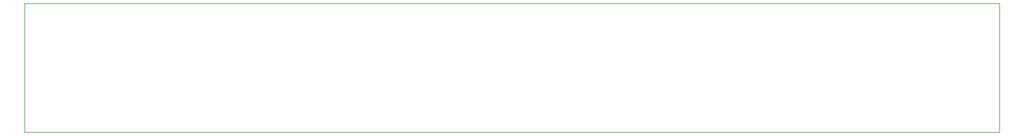
<source format=gbr>
G04 #@! TF.GenerationSoftware,KiCad,Pcbnew,(5.1.4)-1*
G04 #@! TF.CreationDate,2019-11-17T17:18:35+01:00*
G04 #@! TF.ProjectId,DNMS,444e4d53-2e6b-4696-9361-645f70636258,0.9.0*
G04 #@! TF.SameCoordinates,Original*
G04 #@! TF.FileFunction,Profile,NP*
%FSLAX46Y46*%
G04 Gerber Fmt 4.6, Leading zero omitted, Abs format (unit mm)*
G04 Created by KiCad (PCBNEW (5.1.4)-1) date 2019-11-17 17:18:35*
%MOMM*%
%LPD*%
G04 APERTURE LIST*
%ADD10C,0.120000*%
G04 APERTURE END LIST*
D10*
X206596000Y-74599800D02*
X208676000Y-74599800D01*
X206596000Y-94200000D02*
X208676000Y-94200000D01*
X196596000Y-94200000D02*
X206596000Y-94200000D01*
X196596000Y-74599800D02*
X206596000Y-74599800D01*
X60858400Y-74599800D02*
X60858400Y-94200000D01*
X196596000Y-94200000D02*
X60858400Y-94200000D01*
X208676000Y-74599800D02*
X208676000Y-94200000D01*
X60858400Y-74599800D02*
X196596000Y-74599800D01*
M02*

</source>
